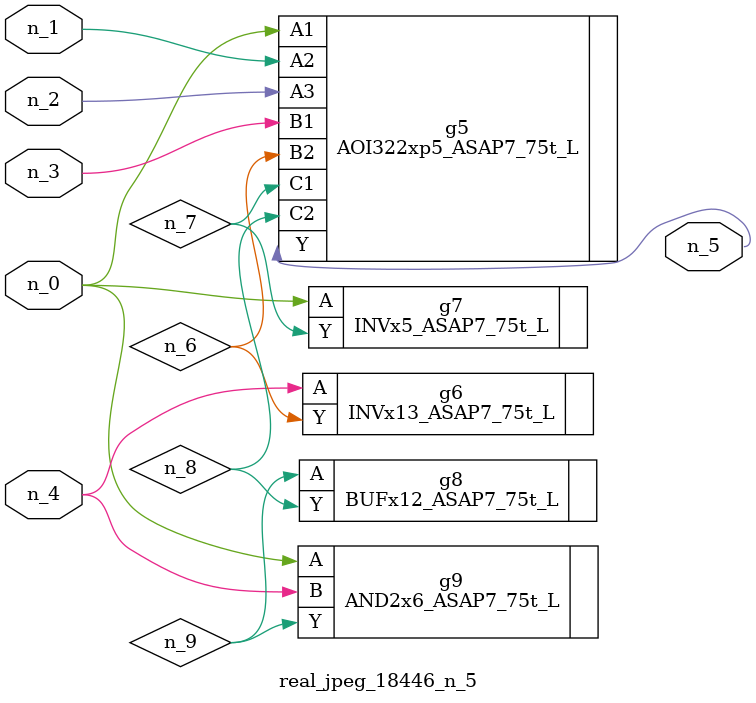
<source format=v>
module real_jpeg_18446_n_5 (n_4, n_0, n_1, n_2, n_3, n_5);

input n_4;
input n_0;
input n_1;
input n_2;
input n_3;

output n_5;

wire n_8;
wire n_6;
wire n_7;
wire n_9;

AOI322xp5_ASAP7_75t_L g5 ( 
.A1(n_0),
.A2(n_1),
.A3(n_2),
.B1(n_3),
.B2(n_6),
.C1(n_7),
.C2(n_8),
.Y(n_5)
);

INVx5_ASAP7_75t_L g7 ( 
.A(n_0),
.Y(n_7)
);

AND2x6_ASAP7_75t_L g9 ( 
.A(n_0),
.B(n_4),
.Y(n_9)
);

INVx13_ASAP7_75t_L g6 ( 
.A(n_4),
.Y(n_6)
);

BUFx12_ASAP7_75t_L g8 ( 
.A(n_9),
.Y(n_8)
);


endmodule
</source>
